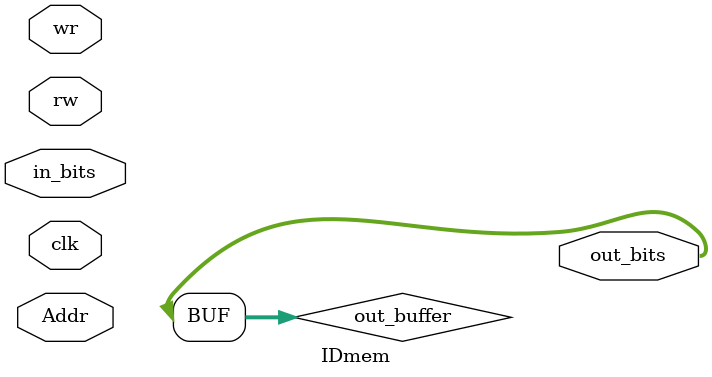
<source format=v>
`timescale 1ns / 1ps


module IDmem(
    input clk, wr, rw,
    input [31:0] Addr,
    //input [31:0] PCA,
    input [31:0] in_bits,
    output [31:0] out_bits
    );
    reg [7:0] Imem0[63:0];
    reg [7:0] Imem1[63:0];
    reg [7:0] Imem2[63:0];
    reg [7:0] Imem3[63:0];
    //reg [8:0] Imem[2047:0];
    
    reg [7:0] Dmem0[127:0];
    reg [7:0] Dmem1[127:0];
    reg [7:0] Dmem2[127:0];
    reg [7:0] Dmem3[127:0];
    //reg [8:0] Dmem[4095:0];
    reg [31:0] out_buffer;
    
    initial begin
        Dmem3[0] = 8'h11;
        Dmem2[0] = 8'h71;
        Dmem1[0] = 8'h91;
        Dmem0[0] = 8'h95;
        
        Dmem3[1] = 8'h16;
        Dmem2[1] = 8'h03;
        Dmem1[1] = 8'h29;
        Dmem0[1] = 8'h76;
        
        Dmem3[2] = 8'h11;
        Dmem2[2] = 8'h75;
        Dmem1[2] = 8'h94;
        Dmem0[2] = 8'h26;                
        end
        
        
//        // READ 
        
//         always @(posedge clk) begin
//        if(rw) begin
        
//        if (Addr[31:16]==12'h001) begin
//            //out_buffer<={Dmem[Addr[11:0]+12'd3], Dmem[Addr[11:0]+12'd2], Dmem[Addr[11:0]+12'd1], Dmem[Addr[11:0]]};
//           out_buffer[31:24]<=Dmem[Addr[11:0]+12'd3];
//           out_buffer[23:16]<=Dmem[Addr[11:0]+12'd2];
//           out_buffer[15:8]<=Dmem[Addr[11:0]+12'd1];
//           out_buffer[7:0]<=Dmem[Addr[11:0]];
//        end
        
//        else if (Addr[31:16]==12'h010) begin
//            //out_buffer<={Imem[Addr[11:0]+12'd3], Imem[Addr[11:0]+12'd2], Imem[Addr[11:0]+12'd1], Imem[Addr[11:0]]};
//            out_buffer[31:24]<=Dmem[Addr[11:0]+12'd3];
//            out_buffer[23:16]<=Dmem[Addr[11:0]+12'd2];
//            out_buffer[15:8]<=Dmem[Addr[11:0]+12'd1];
//            out_buffer[7:0]<=Dmem[Addr[11:0]];
//            end
            
//        else if (Addr[31:16]==12'h800) begin
//            //out_buffer<={Dmem[Addr[11:0]+12'd3], Dmem[Addr[11:0]+12'd2], Dmem[Addr[11:0]+12'd1], Dmem[Addr[11:0]]};
//            out_buffer[31:24]<=Dmem[Addr[11:0]+12'd3];
//            out_buffer[23:16]<=Dmem[Addr[11:0]+12'd2];
//            out_buffer[15:8]<=Dmem[Addr[11:0]+12'd1];
//            out_buffer[7:0]<=Dmem[Addr[11:0]];
//            end
            
//        end
//        end
        
   assign out_bits=out_buffer;
   
   
        // WRITE
          always @(posedge clk) begin  
          if (wr) begin
              if (Addr[31:16]==12'h800) begin
              Dmem3[Addr[11:0]]<=in_bits[31:24];
              Dmem2[Addr[11:0]]<=in_bits[23:16];
              Dmem1[Addr[11:0]]<=in_bits[15:8];
              Dmem0[Addr[11:0]]<=in_bits[7:0];
          
          end
          end
                  
                  
                  
                  
                  
          end 
        
endmodule

</source>
